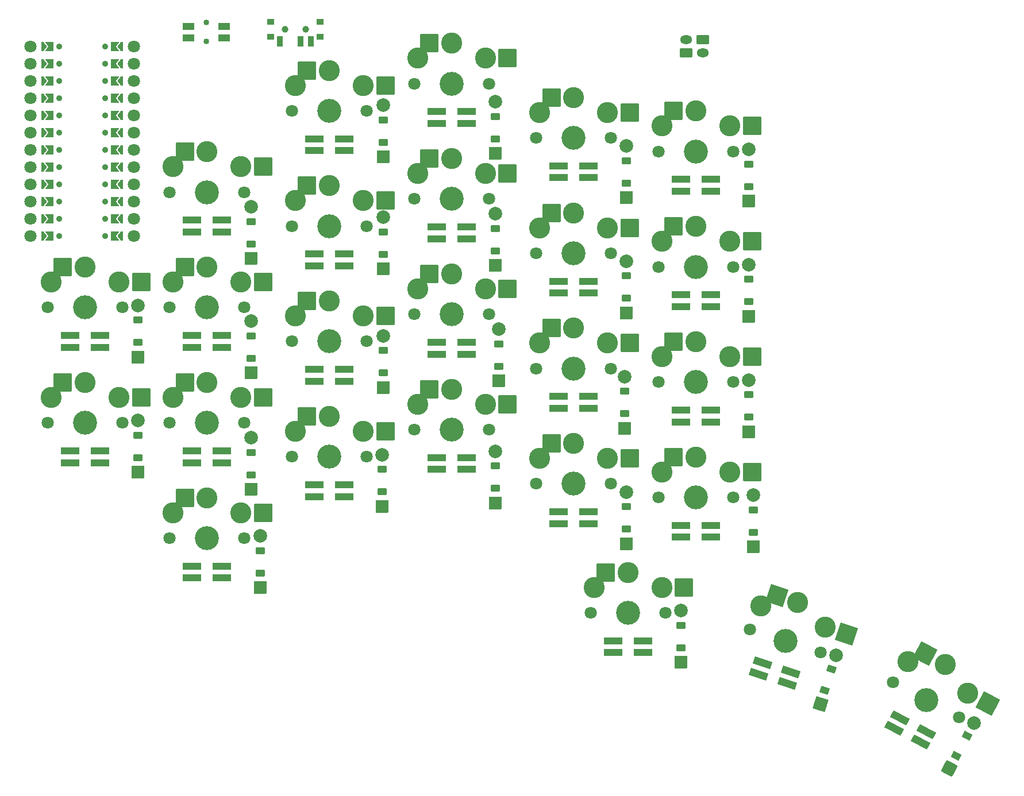
<source format=gbr>
%TF.GenerationSoftware,KiCad,Pcbnew,9.0.6*%
%TF.CreationDate,2025-11-21T16:08:54+01:00*%
%TF.ProjectId,main_pcb,6d61696e-5f70-4636-922e-6b696361645f,v1.0.0*%
%TF.SameCoordinates,Original*%
%TF.FileFunction,Soldermask,Bot*%
%TF.FilePolarity,Negative*%
%FSLAX46Y46*%
G04 Gerber Fmt 4.6, Leading zero omitted, Abs format (unit mm)*
G04 Created by KiCad (PCBNEW 9.0.6) date 2025-11-21 16:08:54*
%MOMM*%
%LPD*%
G01*
G04 APERTURE LIST*
G04 Aperture macros list*
%AMRoundRect*
0 Rectangle with rounded corners*
0 $1 Rounding radius*
0 $2 $3 $4 $5 $6 $7 $8 $9 X,Y pos of 4 corners*
0 Add a 4 corners polygon primitive as box body*
4,1,4,$2,$3,$4,$5,$6,$7,$8,$9,$2,$3,0*
0 Add four circle primitives for the rounded corners*
1,1,$1+$1,$2,$3*
1,1,$1+$1,$4,$5*
1,1,$1+$1,$6,$7*
1,1,$1+$1,$8,$9*
0 Add four rect primitives between the rounded corners*
20,1,$1+$1,$2,$3,$4,$5,0*
20,1,$1+$1,$4,$5,$6,$7,0*
20,1,$1+$1,$6,$7,$8,$9,0*
20,1,$1+$1,$8,$9,$2,$3,0*%
%AMFreePoly0*
4,1,16,-0.214645,0.660355,-0.210957,0.656235,0.289043,0.031235,0.299694,-0.005522,0.289043,-0.031235,-0.210957,-0.656235,-0.244478,-0.674694,-0.250000,-0.675000,-0.500000,-0.675000,-0.535355,-0.660355,-0.550000,-0.625000,-0.550000,0.625000,-0.535355,0.660355,-0.500000,0.675000,-0.250000,0.675000,-0.214645,0.660355,-0.214645,0.660355,$1*%
%AMFreePoly1*
4,1,16,0.535355,0.660355,0.550000,0.625000,0.550000,-0.625000,0.535355,-0.660355,0.500000,-0.675000,-0.650000,-0.675000,-0.685355,-0.660355,-0.700000,-0.625000,-0.689043,-0.593765,-0.214031,0.000000,-0.689043,0.593765,-0.699694,0.630522,-0.681235,0.664043,-0.650000,0.675000,0.500000,0.675000,0.535355,0.660355,0.535355,0.660355,$1*%
G04 Aperture macros list end*
%ADD10FreePoly0,180.000000*%
%ADD11C,1.800000*%
%ADD12FreePoly0,0.000000*%
%ADD13FreePoly1,0.000000*%
%ADD14C,0.900000*%
%ADD15FreePoly1,180.000000*%
%ADD16C,1.801800*%
%ADD17C,3.100000*%
%ADD18C,3.529000*%
%ADD19RoundRect,0.050000X-1.300000X-1.300000X1.300000X-1.300000X1.300000X1.300000X-1.300000X1.300000X0*%
%ADD20RoundRect,0.050000X-1.390882X-0.073806X1.081865X-0.877250X1.390882X0.073806X-1.081865X0.877250X0*%
%ADD21C,0.850000*%
%ADD22RoundRect,0.050000X0.889000X-0.889000X0.889000X0.889000X-0.889000X0.889000X-0.889000X-0.889000X0*%
%ADD23RoundRect,0.050000X0.600000X-0.450000X0.600000X0.450000X-0.600000X0.450000X-0.600000X-0.450000X0*%
%ADD24C,2.005000*%
%ADD25RoundRect,0.050000X-0.850000X0.600000X-0.850000X-0.600000X0.850000X-0.600000X0.850000X0.600000X0*%
%ADD26O,1.800000X1.300000*%
%ADD27RoundRect,0.050000X-0.500000X-0.400000X0.500000X-0.400000X0.500000X0.400000X-0.500000X0.400000X0*%
%ADD28C,1.000000*%
%ADD29RoundRect,0.050000X-0.350000X-0.750000X0.350000X-0.750000X0.350000X0.750000X-0.350000X0.750000X0*%
%ADD30RoundRect,0.050000X-1.300000X-0.500000X1.300000X-0.500000X1.300000X0.500000X-1.300000X0.500000X0*%
%ADD31RoundRect,0.050000X0.367580X-1.202301X1.202301X0.367580X-0.367580X1.202301X-1.202301X-0.367580X0*%
%ADD32RoundRect,0.050000X0.318506X-0.679009X0.741031X0.115643X-0.318506X0.679009X-0.741031X-0.115643X0*%
%ADD33RoundRect,0.050000X0.850000X-0.600000X0.850000X0.600000X-0.850000X0.600000X-0.850000X-0.600000X0*%
%ADD34RoundRect,0.050000X0.570773X-1.120205X1.120205X0.570773X-0.570773X1.120205X-1.120205X-0.570773X0*%
%ADD35RoundRect,0.050000X0.431576X-0.613386X0.709692X0.242565X-0.431576X0.613386X-0.709692X-0.242565X0*%
%ADD36RoundRect,0.050000X-1.638096X-0.834651X0.834651X-1.638096X1.638096X0.834651X-0.834651X1.638096X0*%
%ADD37RoundRect,0.050000X-1.758145X-0.537519X0.537519X-1.758145X1.758145X0.537519X-0.537519X1.758145X0*%
%ADD38RoundRect,0.050000X-0.775000X-0.500000X0.775000X-0.500000X0.775000X0.500000X-0.775000X0.500000X0*%
%ADD39RoundRect,0.050000X-1.382568X0.168839X0.913096X-1.051787X1.382568X-0.168839X-0.913096X1.051787X0*%
G04 APERTURE END LIST*
D10*
%TO.C,MCU1*%
X87100000Y-77500000D03*
D11*
X89220000Y-77500000D03*
D10*
X87100000Y-80040000D03*
D11*
X89220000Y-80040000D03*
D10*
X87100000Y-82580000D03*
D11*
X89220000Y-82580000D03*
D10*
X87100000Y-85120000D03*
D11*
X89220000Y-85120000D03*
D10*
X87100000Y-87660000D03*
D11*
X89220000Y-87660000D03*
D10*
X87100000Y-90200000D03*
D11*
X89220000Y-90200000D03*
D10*
X87100000Y-92740000D03*
D11*
X89220000Y-92740000D03*
D10*
X87100000Y-95280000D03*
D11*
X89220000Y-95280000D03*
D10*
X87100000Y-97820000D03*
D11*
X89220000Y-97820000D03*
D10*
X87100000Y-100360000D03*
D11*
X89220000Y-100360000D03*
D10*
X87100000Y-102900000D03*
D11*
X89220000Y-102900000D03*
D10*
X87100000Y-105440000D03*
D11*
X89220000Y-105440000D03*
X73980000Y-105440000D03*
D12*
X76100000Y-105440000D03*
D11*
X73980000Y-102900000D03*
D12*
X76100000Y-102900000D03*
D11*
X73980000Y-100360000D03*
D12*
X76100000Y-100360000D03*
D11*
X73980000Y-97820000D03*
D12*
X76100000Y-97820000D03*
D11*
X73980000Y-95280000D03*
D12*
X76100000Y-95280000D03*
D11*
X73980000Y-92740000D03*
D12*
X76100000Y-92740000D03*
D11*
X73980000Y-90200000D03*
D12*
X76100000Y-90200000D03*
D11*
X73980000Y-87660000D03*
D12*
X76100000Y-87660000D03*
D11*
X73980000Y-85120000D03*
D12*
X76100000Y-85120000D03*
D11*
X73980000Y-82580000D03*
D12*
X76100000Y-82580000D03*
D11*
X73980000Y-80040000D03*
D12*
X76100000Y-80040000D03*
D11*
X73980000Y-77500000D03*
D12*
X76100000Y-77500000D03*
D13*
X76825000Y-77500000D03*
D14*
X85000000Y-77500000D03*
D13*
X76825000Y-80040000D03*
D14*
X85000000Y-80040000D03*
D13*
X76825000Y-82580000D03*
D14*
X85000000Y-82580000D03*
D13*
X76825000Y-85120000D03*
D14*
X85000000Y-85120000D03*
D13*
X76825000Y-87660000D03*
D14*
X85000000Y-87660000D03*
D13*
X76825000Y-90200000D03*
D14*
X85000000Y-90200000D03*
D13*
X76825000Y-92740000D03*
D14*
X85000000Y-92740000D03*
D13*
X76825000Y-95280000D03*
D14*
X85000000Y-95280000D03*
D13*
X76825000Y-97820000D03*
D14*
X85000000Y-97820000D03*
D13*
X76825000Y-100360000D03*
D14*
X85000000Y-100360000D03*
D13*
X76825000Y-102900000D03*
D14*
X85000000Y-102900000D03*
D13*
X76825000Y-105440000D03*
D14*
X85000000Y-105440000D03*
X78200000Y-105440000D03*
D15*
X86375000Y-105440000D03*
D14*
X78200000Y-102900000D03*
D15*
X86375000Y-102900000D03*
D14*
X78200000Y-100360000D03*
D15*
X86375000Y-100360000D03*
D14*
X78200000Y-97820000D03*
D15*
X86375000Y-97820000D03*
D14*
X78200000Y-95280000D03*
D15*
X86375000Y-95280000D03*
D14*
X78200000Y-92740000D03*
D15*
X86375000Y-92740000D03*
D14*
X78200000Y-90200000D03*
D15*
X86375000Y-90200000D03*
D14*
X78200000Y-87660000D03*
D15*
X86375000Y-87660000D03*
D14*
X78200000Y-85120000D03*
D15*
X86375000Y-85120000D03*
D14*
X78200000Y-82580000D03*
D15*
X86375000Y-82580000D03*
D14*
X78200000Y-80040000D03*
D15*
X86375000Y-80040000D03*
D14*
X78200000Y-77500000D03*
D15*
X86375000Y-77500000D03*
%TD*%
D16*
%TO.C,S11*%
X130500000Y-100000000D03*
D17*
X131000000Y-96250000D03*
X136000000Y-94050000D03*
X136000000Y-94050000D03*
D18*
X136000000Y-100000000D03*
D17*
X141000000Y-96250000D03*
D16*
X141500000Y-100000000D03*
D19*
X132725000Y-94050000D03*
X144275000Y-96250000D03*
%TD*%
D20*
%TO.C,LED24*%
X181286032Y-170056315D03*
X181826812Y-168391966D03*
X186011460Y-169751641D03*
X185470680Y-171415990D03*
%TD*%
D16*
%TO.C,S1*%
X94500000Y-150000000D03*
D17*
X95000000Y-146250000D03*
X100000000Y-144050000D03*
X100000000Y-144050000D03*
D18*
X100000000Y-150000000D03*
D17*
X105000000Y-146250000D03*
D16*
X105500000Y-150000000D03*
D19*
X96725000Y-144050000D03*
X108275000Y-146250000D03*
%TD*%
D21*
%TO.C,B2*%
X99875000Y-74000000D03*
X99875000Y-76750000D03*
%TD*%
D16*
%TO.C,S8*%
X112500000Y-87000000D03*
D17*
X113000000Y-83250000D03*
X118000000Y-81050000D03*
X118000000Y-81050000D03*
D18*
X118000000Y-87000000D03*
D17*
X123000000Y-83250000D03*
D16*
X123500000Y-87000000D03*
D19*
X114725000Y-81050000D03*
X126275000Y-83250000D03*
%TD*%
D22*
%TO.C,D3*%
X106500000Y-125660000D03*
D23*
X106500000Y-123500000D03*
X106500000Y-120200000D03*
D24*
X106500000Y-118040000D03*
%TD*%
D16*
%TO.C,S21*%
X76500000Y-133000000D03*
D17*
X77000000Y-129250000D03*
X82000000Y-127050000D03*
X82000000Y-127050000D03*
D18*
X82000000Y-133000000D03*
D17*
X87000000Y-129250000D03*
D16*
X87500000Y-133000000D03*
D19*
X78725000Y-127050000D03*
X90275000Y-129250000D03*
%TD*%
D16*
%TO.C,S23*%
X156500000Y-161000000D03*
D17*
X157000000Y-157250000D03*
X162000000Y-155050000D03*
X162000000Y-155050000D03*
D18*
X162000000Y-161000000D03*
D17*
X167000000Y-157250000D03*
D16*
X167500000Y-161000000D03*
D19*
X158725000Y-155050000D03*
X170275000Y-157250000D03*
%TD*%
D25*
%TO.C,JST2*%
X173000000Y-76500000D03*
D26*
X173000000Y-78500000D03*
%TD*%
D27*
%TO.C,SW1*%
X109350000Y-76085000D03*
X116650000Y-76085000D03*
D28*
X111500000Y-74975000D03*
X114500000Y-74975000D03*
D27*
X109350000Y-73875000D03*
X116650000Y-73875000D03*
D29*
X115250000Y-76735000D03*
X113750000Y-76735000D03*
X110750000Y-76735000D03*
%TD*%
D22*
%TO.C,D10*%
X143000000Y-126810000D03*
D23*
X143000000Y-124650000D03*
X143000000Y-121350000D03*
D24*
X143000000Y-119190000D03*
%TD*%
D16*
%TO.C,S15*%
X148500000Y-108000000D03*
D17*
X149000000Y-104250000D03*
X154000000Y-102050000D03*
X154000000Y-102050000D03*
D18*
X154000000Y-108000000D03*
D17*
X159000000Y-104250000D03*
D16*
X159500000Y-108000000D03*
D19*
X150725000Y-102050000D03*
X162275000Y-104250000D03*
%TD*%
D30*
%TO.C,LED14*%
X151800000Y-130875000D03*
X151800000Y-129125000D03*
X156200000Y-129125000D03*
X156200000Y-130875000D03*
%TD*%
D22*
%TO.C,D8*%
X126000000Y-93810000D03*
D23*
X126000000Y-91650000D03*
X126000000Y-88350000D03*
D24*
X126000000Y-86190000D03*
%TD*%
D16*
%TO.C,S9*%
X130500000Y-134000000D03*
D17*
X131000000Y-130250000D03*
X136000000Y-128050000D03*
X136000000Y-128050000D03*
D18*
X136000000Y-134000000D03*
D17*
X141000000Y-130250000D03*
D16*
X141500000Y-134000000D03*
D19*
X132725000Y-128050000D03*
X144275000Y-130250000D03*
%TD*%
D30*
%TO.C,LED22*%
X79800000Y-121875000D03*
X79800000Y-120125000D03*
X84200000Y-120125000D03*
X84200000Y-121875000D03*
%TD*%
D31*
%TO.C,D25*%
X209384174Y-183971803D03*
D32*
X210398233Y-182064637D03*
X211947489Y-179150909D03*
D24*
X212961548Y-177243743D03*
%TD*%
D16*
%TO.C,S13*%
X148500000Y-142000000D03*
D17*
X149000000Y-138250000D03*
X154000000Y-136050000D03*
X154000000Y-136050000D03*
D18*
X154000000Y-142000000D03*
D17*
X159000000Y-138250000D03*
D16*
X159500000Y-142000000D03*
D19*
X150725000Y-136050000D03*
X162275000Y-138250000D03*
%TD*%
D22*
%TO.C,D23*%
X169800000Y-168310000D03*
D23*
X169800000Y-166150000D03*
X169800000Y-162850000D03*
D24*
X169800000Y-160690000D03*
%TD*%
D22*
%TO.C,D5*%
X125800000Y-145310000D03*
D23*
X125800000Y-143150000D03*
X125800000Y-139850000D03*
D24*
X125800000Y-137690000D03*
%TD*%
D22*
%TO.C,D1*%
X107800000Y-157310000D03*
D23*
X107800000Y-155150000D03*
X107800000Y-151850000D03*
D24*
X107800000Y-149690000D03*
%TD*%
D22*
%TO.C,D4*%
X106500000Y-108810000D03*
D23*
X106500000Y-106650000D03*
X106500000Y-103350000D03*
D24*
X106500000Y-101190000D03*
%TD*%
D30*
%TO.C,LED21*%
X79800000Y-138875000D03*
X79800000Y-137125000D03*
X84200000Y-137125000D03*
X84200000Y-138875000D03*
%TD*%
D16*
%TO.C,S17*%
X166500000Y-144000000D03*
D17*
X167000000Y-140250000D03*
X172000000Y-138050000D03*
X172000000Y-138050000D03*
D18*
X172000000Y-144000000D03*
D17*
X177000000Y-140250000D03*
D16*
X177500000Y-144000000D03*
D19*
X168725000Y-138050000D03*
X180275000Y-140250000D03*
%TD*%
D30*
%TO.C,LED12*%
X133800000Y-88875000D03*
X133800000Y-87125000D03*
X138200000Y-87125000D03*
X138200000Y-88875000D03*
%TD*%
%TO.C,LED2*%
X97800000Y-138875000D03*
X97800000Y-137125000D03*
X102200000Y-137125000D03*
X102200000Y-138875000D03*
%TD*%
D22*
%TO.C,D6*%
X126000000Y-127810000D03*
D23*
X126000000Y-125650000D03*
X126000000Y-122350000D03*
D24*
X126000000Y-120190000D03*
%TD*%
D30*
%TO.C,LED23*%
X159800000Y-166875000D03*
X159800000Y-165125000D03*
X164200000Y-165125000D03*
X164200000Y-166875000D03*
%TD*%
D22*
%TO.C,D9*%
X142500000Y-144810000D03*
D23*
X142500000Y-142650000D03*
X142500000Y-139350000D03*
D24*
X142500000Y-137190000D03*
%TD*%
D16*
%TO.C,S2*%
X94500000Y-133000000D03*
D17*
X95000000Y-129250000D03*
X100000000Y-127050000D03*
X100000000Y-127050000D03*
D18*
X100000000Y-133000000D03*
D17*
X105000000Y-129250000D03*
D16*
X105500000Y-133000000D03*
D19*
X96725000Y-127050000D03*
X108275000Y-129250000D03*
%TD*%
D33*
%TO.C,JST1*%
X170550000Y-78500000D03*
D26*
X170550000Y-76500000D03*
%TD*%
D22*
%TO.C,D13*%
X161800000Y-150810000D03*
D23*
X161800000Y-148650000D03*
X161800000Y-145350000D03*
D24*
X161800000Y-143190000D03*
%TD*%
D16*
%TO.C,S12*%
X130500000Y-83000000D03*
D17*
X131000000Y-79250000D03*
X136000000Y-77050000D03*
X136000000Y-77050000D03*
D18*
X136000000Y-83000000D03*
D17*
X141000000Y-79250000D03*
D16*
X141500000Y-83000000D03*
D19*
X132725000Y-77050000D03*
X144275000Y-79250000D03*
%TD*%
D16*
%TO.C,S14*%
X148500000Y-125000000D03*
D17*
X149000000Y-121250000D03*
X154000000Y-119050000D03*
X154000000Y-119050000D03*
D18*
X154000000Y-125000000D03*
D17*
X159000000Y-121250000D03*
D16*
X159500000Y-125000000D03*
D19*
X150725000Y-119050000D03*
X162275000Y-121250000D03*
%TD*%
D16*
%TO.C,S4*%
X94500000Y-99000000D03*
D17*
X95000000Y-95250000D03*
X100000000Y-93050000D03*
X100000000Y-93050000D03*
D18*
X100000000Y-99000000D03*
D17*
X105000000Y-95250000D03*
D16*
X105500000Y-99000000D03*
D19*
X96725000Y-93050000D03*
X108275000Y-95250000D03*
%TD*%
D30*
%TO.C,LED20*%
X169800000Y-98875000D03*
X169800000Y-97125000D03*
X174200000Y-97125000D03*
X174200000Y-98875000D03*
%TD*%
D22*
%TO.C,D17*%
X180500000Y-151310000D03*
D23*
X180500000Y-149150000D03*
X180500000Y-145850000D03*
D24*
X180500000Y-143690000D03*
%TD*%
D16*
%TO.C,S18*%
X166500000Y-127000000D03*
D17*
X167000000Y-123250000D03*
X172000000Y-121050000D03*
X172000000Y-121050000D03*
D18*
X172000000Y-127000000D03*
D17*
X177000000Y-123250000D03*
D16*
X177500000Y-127000000D03*
D19*
X168725000Y-121050000D03*
X180275000Y-123250000D03*
%TD*%
D30*
%TO.C,LED7*%
X115800000Y-109875000D03*
X115800000Y-108125000D03*
X120200000Y-108125000D03*
X120200000Y-109875000D03*
%TD*%
D16*
%TO.C,S3*%
X94500000Y-116000000D03*
D17*
X95000000Y-112250000D03*
X100000000Y-110050000D03*
X100000000Y-110050000D03*
D18*
X100000000Y-116000000D03*
D17*
X105000000Y-112250000D03*
D16*
X105500000Y-116000000D03*
D19*
X96725000Y-110050000D03*
X108275000Y-112250000D03*
%TD*%
D22*
%TO.C,D21*%
X89800000Y-140310000D03*
D23*
X89800000Y-138150000D03*
X89800000Y-134850000D03*
D24*
X89800000Y-132690000D03*
%TD*%
D30*
%TO.C,LED11*%
X133800000Y-105875000D03*
X133800000Y-104125000D03*
X138200000Y-104125000D03*
X138200000Y-105875000D03*
%TD*%
%TO.C,LED1*%
X97800000Y-155875000D03*
X97800000Y-154125000D03*
X102200000Y-154125000D03*
X102200000Y-155875000D03*
%TD*%
D22*
%TO.C,D18*%
X179800000Y-134310000D03*
D23*
X179800000Y-132150000D03*
X179800000Y-128850000D03*
D24*
X179800000Y-126690000D03*
%TD*%
D34*
%TO.C,D24*%
X190353157Y-174511251D03*
D35*
X191020634Y-172456969D03*
X192040390Y-169318483D03*
D24*
X192707867Y-167264201D03*
%TD*%
D30*
%TO.C,LED13*%
X151800000Y-147875000D03*
X151800000Y-146125000D03*
X156200000Y-146125000D03*
X156200000Y-147875000D03*
%TD*%
D16*
%TO.C,S16*%
X148500000Y-91000000D03*
D17*
X149000000Y-87250000D03*
X154000000Y-85050000D03*
X154000000Y-85050000D03*
D18*
X154000000Y-91000000D03*
D17*
X159000000Y-87250000D03*
D16*
X159500000Y-91000000D03*
D19*
X150725000Y-85050000D03*
X162275000Y-87250000D03*
%TD*%
D16*
%TO.C,S24*%
X179963020Y-163449102D03*
D17*
X181597362Y-160037148D03*
X187032482Y-159489909D03*
X187032482Y-159489909D03*
D18*
X185193831Y-165148695D03*
D17*
X191107927Y-163127318D03*
D16*
X190424642Y-166848288D03*
D36*
X183917772Y-158477878D03*
X194222637Y-164139349D03*
%TD*%
D22*
%TO.C,D19*%
X179800000Y-117310000D03*
D23*
X179800000Y-115150000D03*
X179800000Y-111850000D03*
D24*
X179800000Y-109690000D03*
%TD*%
D16*
%TO.C,S25*%
X201072808Y-171273484D03*
D17*
X203274800Y-168197167D03*
X208722376Y-168602040D03*
X208722376Y-168602040D03*
D18*
X205929020Y-173855578D03*
D17*
X212104276Y-172891882D03*
D16*
X210785232Y-176437672D03*
D37*
X205830722Y-167064520D03*
X214995930Y-174429402D03*
%TD*%
D30*
%TO.C,LED3*%
X97800000Y-121875000D03*
X97800000Y-120125000D03*
X102200000Y-120125000D03*
X102200000Y-121875000D03*
%TD*%
D22*
%TO.C,D14*%
X161500000Y-133810000D03*
D23*
X161500000Y-131650000D03*
X161500000Y-128350000D03*
D24*
X161500000Y-126190000D03*
%TD*%
D30*
%TO.C,LED10*%
X133800000Y-122875000D03*
X133800000Y-121125000D03*
X138200000Y-121125000D03*
X138200000Y-122875000D03*
%TD*%
D21*
%TO.C,B1*%
X99875000Y-74000000D03*
X99875000Y-76750000D03*
D38*
X97250000Y-74525000D03*
X102500000Y-74525000D03*
X97250000Y-76225000D03*
X102500000Y-76225000D03*
%TD*%
D30*
%TO.C,LED19*%
X169800000Y-115875000D03*
X169800000Y-114125000D03*
X174200000Y-114125000D03*
X174200000Y-115875000D03*
%TD*%
%TO.C,LED8*%
X115800000Y-92875000D03*
X115800000Y-91125000D03*
X120200000Y-91125000D03*
X120200000Y-92875000D03*
%TD*%
D16*
%TO.C,S22*%
X76500000Y-116000000D03*
D17*
X77000000Y-112250000D03*
X82000000Y-110050000D03*
X82000000Y-110050000D03*
D18*
X82000000Y-116000000D03*
D17*
X87000000Y-112250000D03*
D16*
X87500000Y-116000000D03*
D19*
X78725000Y-110050000D03*
X90275000Y-112250000D03*
%TD*%
D22*
%TO.C,D20*%
X179800000Y-100310000D03*
D23*
X179800000Y-98150000D03*
X179800000Y-94850000D03*
D24*
X179800000Y-92690000D03*
%TD*%
D16*
%TO.C,S7*%
X112500000Y-104000000D03*
D17*
X113000000Y-100250000D03*
X118000000Y-98050000D03*
X118000000Y-98050000D03*
D18*
X118000000Y-104000000D03*
D17*
X123000000Y-100250000D03*
D16*
X123500000Y-104000000D03*
D19*
X114725000Y-98050000D03*
X126275000Y-100250000D03*
%TD*%
D16*
%TO.C,S5*%
X112500000Y-138000000D03*
D17*
X113000000Y-134250000D03*
X118000000Y-132050000D03*
X118000000Y-132050000D03*
D18*
X118000000Y-138000000D03*
D17*
X123000000Y-134250000D03*
D16*
X123500000Y-138000000D03*
D19*
X114725000Y-132050000D03*
X126275000Y-134250000D03*
%TD*%
D16*
%TO.C,S10*%
X130500000Y-117000000D03*
D17*
X131000000Y-113250000D03*
X136000000Y-111050000D03*
X136000000Y-111050000D03*
D18*
X136000000Y-117000000D03*
D17*
X141000000Y-113250000D03*
D16*
X141500000Y-117000000D03*
D19*
X132725000Y-111050000D03*
X144275000Y-113250000D03*
%TD*%
D39*
%TO.C,LED25*%
X201228390Y-178010058D03*
X202049965Y-176464899D03*
X205934934Y-178530574D03*
X205113359Y-180075733D03*
%TD*%
D30*
%TO.C,LED6*%
X115800000Y-126875000D03*
X115800000Y-125125000D03*
X120200000Y-125125000D03*
X120200000Y-126875000D03*
%TD*%
D16*
%TO.C,S19*%
X166500000Y-110000000D03*
D17*
X167000000Y-106250000D03*
X172000000Y-104050000D03*
X172000000Y-104050000D03*
D18*
X172000000Y-110000000D03*
D17*
X177000000Y-106250000D03*
D16*
X177500000Y-110000000D03*
D19*
X168725000Y-104050000D03*
X180275000Y-106250000D03*
%TD*%
D30*
%TO.C,LED4*%
X97800000Y-104875000D03*
X97800000Y-103125000D03*
X102200000Y-103125000D03*
X102200000Y-104875000D03*
%TD*%
%TO.C,LED17*%
X169800000Y-149875000D03*
X169800000Y-148125000D03*
X174200000Y-148125000D03*
X174200000Y-149875000D03*
%TD*%
D22*
%TO.C,D7*%
X126000000Y-110310000D03*
D23*
X126000000Y-108150000D03*
X126000000Y-104850000D03*
D24*
X126000000Y-102690000D03*
%TD*%
D22*
%TO.C,D16*%
X161800000Y-99810000D03*
D23*
X161800000Y-97650000D03*
X161800000Y-94350000D03*
D24*
X161800000Y-92190000D03*
%TD*%
D30*
%TO.C,LED16*%
X151800000Y-96875000D03*
X151800000Y-95125000D03*
X156200000Y-95125000D03*
X156200000Y-96875000D03*
%TD*%
%TO.C,LED5*%
X115800000Y-143875000D03*
X115800000Y-142125000D03*
X120200000Y-142125000D03*
X120200000Y-143875000D03*
%TD*%
%TO.C,LED15*%
X151800000Y-113875000D03*
X151800000Y-112125000D03*
X156200000Y-112125000D03*
X156200000Y-113875000D03*
%TD*%
D22*
%TO.C,D11*%
X142500000Y-109810000D03*
D23*
X142500000Y-107650000D03*
X142500000Y-104350000D03*
D24*
X142500000Y-102190000D03*
%TD*%
D16*
%TO.C,S20*%
X166500000Y-93000000D03*
D17*
X167000000Y-89250000D03*
X172000000Y-87050000D03*
X172000000Y-87050000D03*
D18*
X172000000Y-93000000D03*
D17*
X177000000Y-89250000D03*
D16*
X177500000Y-93000000D03*
D19*
X168725000Y-87050000D03*
X180275000Y-89250000D03*
%TD*%
D22*
%TO.C,D15*%
X161800000Y-116810000D03*
D23*
X161800000Y-114650000D03*
X161800000Y-111350000D03*
D24*
X161800000Y-109190000D03*
%TD*%
D30*
%TO.C,LED9*%
X133800000Y-139875000D03*
X133800000Y-138125000D03*
X138200000Y-138125000D03*
X138200000Y-139875000D03*
%TD*%
%TO.C,LED18*%
X169800000Y-132875000D03*
X169800000Y-131125000D03*
X174200000Y-131125000D03*
X174200000Y-132875000D03*
%TD*%
D22*
%TO.C,D12*%
X142500000Y-93310000D03*
D23*
X142500000Y-91150000D03*
X142500000Y-87850000D03*
D24*
X142500000Y-85690000D03*
%TD*%
D22*
%TO.C,D22*%
X89800000Y-123310000D03*
D23*
X89800000Y-121150000D03*
X89800000Y-117850000D03*
D24*
X89800000Y-115690000D03*
%TD*%
D16*
%TO.C,S6*%
X112500000Y-121000000D03*
D17*
X113000000Y-117250000D03*
X118000000Y-115050000D03*
X118000000Y-115050000D03*
D18*
X118000000Y-121000000D03*
D17*
X123000000Y-117250000D03*
D16*
X123500000Y-121000000D03*
D19*
X114725000Y-115050000D03*
X126275000Y-117250000D03*
%TD*%
D22*
%TO.C,D2*%
X106500000Y-142810000D03*
D23*
X106500000Y-140650000D03*
X106500000Y-137350000D03*
D24*
X106500000Y-135190000D03*
%TD*%
M02*

</source>
